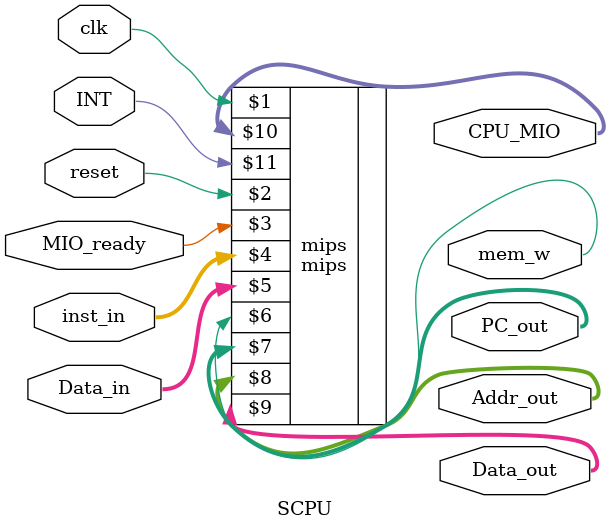
<source format=v>
`timescale 1ns / 1ps
module SCPU(input clk,// 			
				input reset, //
				input MIO_ready, //²»ÓÃ
				input [31:0]inst_in, //Ö¸ÁîµÄÊäÈë
				input [31:0]Data_in, //	ÄÚ´æÖÐ¶Áµ½µÄÊý¾Ýmem from dm				
				output mem_w, //ÄÚ´æÐ´Ê¹ÄÜ
				output[31:0]PC_out, //pcµÄÊä³ö
				output[31:0]Addr_out, //Ð´»Ø/¶ÁÈ¡ÄÚ´æµÄµØÖ· ALUout
				output[31:0]Data_out, //Ð´»ØÄÚ´æµÄÊý¾Ý rt_out
				output [31:0]CPU_MIO, //²»ÓÃ
				input INT//²»ÓÃ
    );
	 
	 mips mips(clk,reset,MIO_ready,inst_in,Data_in,mem_w,PC_out,Addr_out,Data_out,CPU_MIO,INT);

endmodule

</source>
